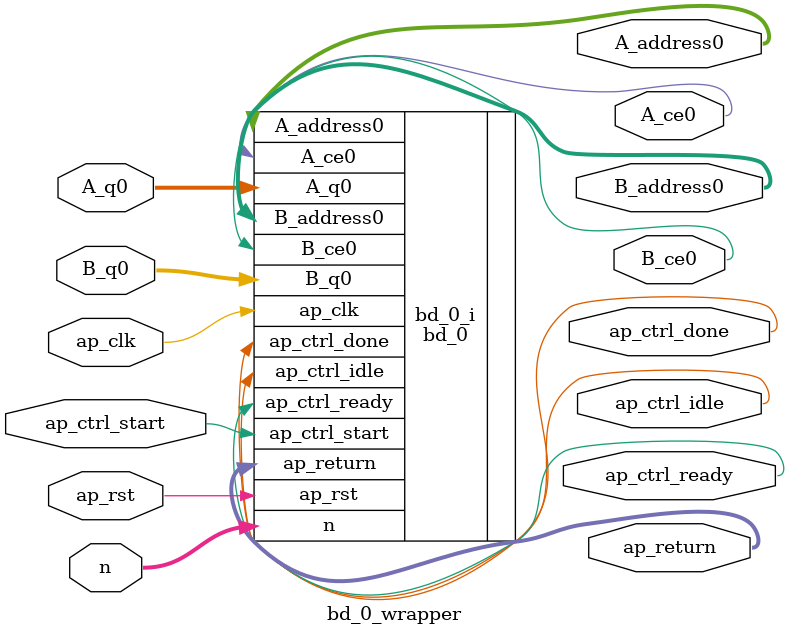
<source format=v>
`timescale 1 ps / 1 ps

module bd_0_wrapper
   (A_address0,
    A_ce0,
    A_q0,
    B_address0,
    B_ce0,
    B_q0,
    ap_clk,
    ap_ctrl_done,
    ap_ctrl_idle,
    ap_ctrl_ready,
    ap_ctrl_start,
    ap_return,
    ap_rst,
    n);
  output [6:0]A_address0;
  output A_ce0;
  input [31:0]A_q0;
  output [6:0]B_address0;
  output B_ce0;
  input [31:0]B_q0;
  input ap_clk;
  output ap_ctrl_done;
  output ap_ctrl_idle;
  output ap_ctrl_ready;
  input ap_ctrl_start;
  output [31:0]ap_return;
  input ap_rst;
  input [31:0]n;

  wire [6:0]A_address0;
  wire A_ce0;
  wire [31:0]A_q0;
  wire [6:0]B_address0;
  wire B_ce0;
  wire [31:0]B_q0;
  wire ap_clk;
  wire ap_ctrl_done;
  wire ap_ctrl_idle;
  wire ap_ctrl_ready;
  wire ap_ctrl_start;
  wire [31:0]ap_return;
  wire ap_rst;
  wire [31:0]n;

  bd_0 bd_0_i
       (.A_address0(A_address0),
        .A_ce0(A_ce0),
        .A_q0(A_q0),
        .B_address0(B_address0),
        .B_ce0(B_ce0),
        .B_q0(B_q0),
        .ap_clk(ap_clk),
        .ap_ctrl_done(ap_ctrl_done),
        .ap_ctrl_idle(ap_ctrl_idle),
        .ap_ctrl_ready(ap_ctrl_ready),
        .ap_ctrl_start(ap_ctrl_start),
        .ap_return(ap_return),
        .ap_rst(ap_rst),
        .n(n));
endmodule

</source>
